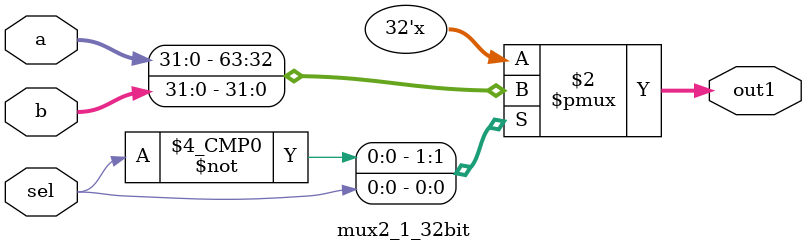
<source format=v>
`timescale 1ns / 1ps

//Ä£¿éÃûÖÐµÄ_xbit´ú±íÎ»¿íÎªx
//¶àÂ·Ñ¡ÔñÆ÷µÄÊä³öÃüÃûÎª "Ñ¡ÔñÐÅºÅ_MUXout" ÀýÈçÓÖRegDstÐÅºÅÑ¡ÔñµÄÑ¡ÔñÆ÷µÄÊä³öÎªRegDst_MUXout

/*
module mux2_1_1bit(out1, a, b, sel);
    output  reg out1;
    input  a, b;
    input sel;
    always @(sel or a or b)
    begin
        case (sel)
            1'b0 :  out1 = a;
            1'b1 :  out1 = b;
        endcase
    end
endmodule
*/

module mux2_1_5bit(out1, a, b, sel);
    output  reg [4:0] out1;
    input       [4:0] a, b;
    input       sel;
    always @(sel or a or b)
    begin
        case (sel)
            1'b0 :  out1 = a;
            1'b1 :  out1 = b;
        endcase
    end
endmodule

module mux4_1_8bit(out1, a, b, c, d, sel);
    output  reg [7:0] out1;
    input       [7:0] a, b, c, d;
    input       [1:0]sel;
    always @(sel or a or b)
    begin
        case (sel)
            2'b00 :  out1 = a;
            2'b01 :  out1 = b;
            2'b10 :  out1 = c;
            2'b11 :  out1 = d;
        endcase
    end
endmodule

module mux2_1_32bit(out1, a, b, sel);
    output  reg [31:0] out1;
    input       [31:0] a, b;
    input       sel;
    always @(sel or a or b)
    begin
        case (sel)
            1'b0 :  out1 = a;
            1'b1 :  out1 = b;
        endcase
    end
endmodule

/*
module mux2_1_16bit(out1, a, b, sel);
    output  reg [15:0] out1;
    input       [15:0] a, b;
    input       sel;
    always @(sel or a or b)
    begin
        case (sel)
            1'b0 :  out1 = a;
            1'b1 :  out1 = b;
        endcase
    end
endmodule
*/
</source>
